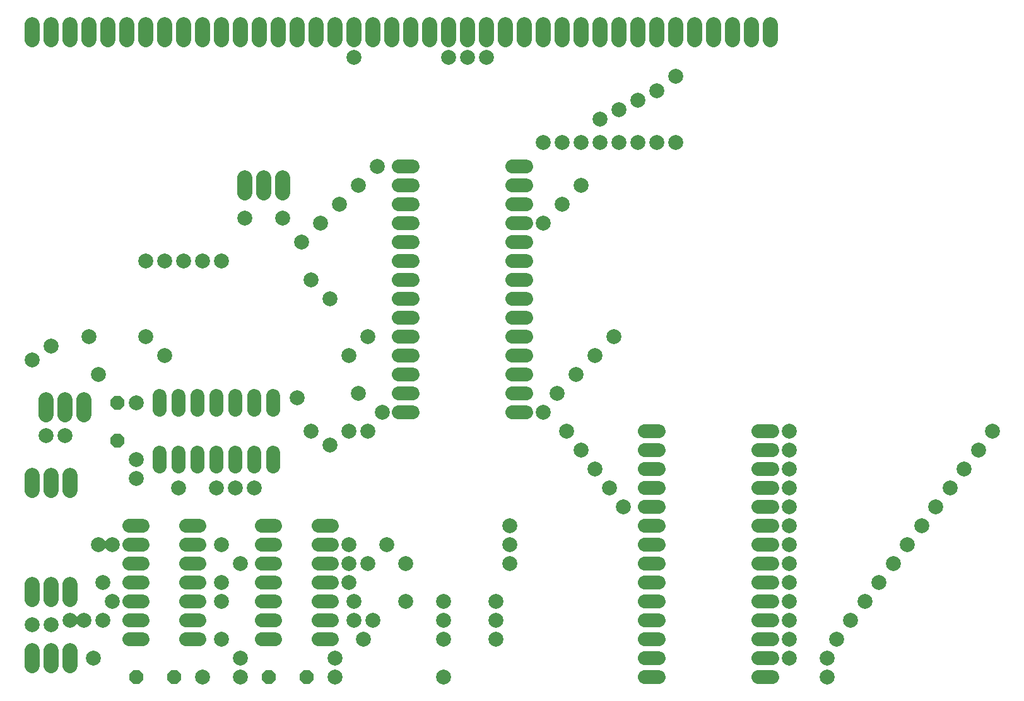
<source format=gbr>
G04 EAGLE Gerber RS-274X export*
G75*
%MOMM*%
%FSLAX34Y34*%
%LPD*%
%INTop Copper*%
%IPPOS*%
%AMOC8*
5,1,8,0,0,1.08239X$1,22.5*%
G01*
%ADD10C,1.828800*%
%ADD11C,2.032000*%
%ADD12P,1.979475X8X22.500000*%
%ADD13P,1.979475X8X292.500000*%
%ADD14C,2.000000*%


D10*
X1012444Y19050D02*
X994156Y19050D01*
X994156Y44450D02*
X1012444Y44450D01*
X1012444Y69850D02*
X994156Y69850D01*
X994156Y95250D02*
X1012444Y95250D01*
X1012444Y120650D02*
X994156Y120650D01*
X994156Y146050D02*
X1012444Y146050D01*
X1012444Y171450D02*
X994156Y171450D01*
X994156Y196850D02*
X1012444Y196850D01*
X1012444Y222250D02*
X994156Y222250D01*
X994156Y247650D02*
X1012444Y247650D01*
X1012444Y273050D02*
X994156Y273050D01*
X994156Y298450D02*
X1012444Y298450D01*
X1012444Y323850D02*
X994156Y323850D01*
X994156Y349250D02*
X1012444Y349250D01*
X860044Y349250D02*
X841756Y349250D01*
X841756Y323850D02*
X860044Y323850D01*
X860044Y298450D02*
X841756Y298450D01*
X841756Y273050D02*
X860044Y273050D01*
X860044Y247650D02*
X841756Y247650D01*
X841756Y222250D02*
X860044Y222250D01*
X860044Y196850D02*
X841756Y196850D01*
X841756Y171450D02*
X860044Y171450D01*
X860044Y146050D02*
X841756Y146050D01*
X841756Y120650D02*
X860044Y120650D01*
X860044Y95250D02*
X841756Y95250D01*
X841756Y69850D02*
X860044Y69850D01*
X860044Y44450D02*
X841756Y44450D01*
X841756Y19050D02*
X860044Y19050D01*
X244094Y69850D02*
X225806Y69850D01*
X225806Y95250D02*
X244094Y95250D01*
X244094Y222250D02*
X225806Y222250D01*
X167894Y222250D02*
X149606Y222250D01*
X225806Y120650D02*
X244094Y120650D01*
X244094Y146050D02*
X225806Y146050D01*
X225806Y196850D02*
X244094Y196850D01*
X244094Y171450D02*
X225806Y171450D01*
X167894Y196850D02*
X149606Y196850D01*
X149606Y171450D02*
X167894Y171450D01*
X167894Y146050D02*
X149606Y146050D01*
X149606Y120650D02*
X167894Y120650D01*
X167894Y95250D02*
X149606Y95250D01*
X149606Y69850D02*
X167894Y69850D01*
X190500Y302006D02*
X190500Y320294D01*
X215900Y320294D02*
X215900Y302006D01*
X342900Y302006D02*
X342900Y320294D01*
X342900Y378206D02*
X342900Y396494D01*
X241300Y320294D02*
X241300Y302006D01*
X266700Y302006D02*
X266700Y320294D01*
X317500Y320294D02*
X317500Y302006D01*
X292100Y302006D02*
X292100Y320294D01*
X317500Y378206D02*
X317500Y396494D01*
X292100Y396494D02*
X292100Y378206D01*
X266700Y378206D02*
X266700Y396494D01*
X241300Y396494D02*
X241300Y378206D01*
X215900Y378206D02*
X215900Y396494D01*
X190500Y396494D02*
X190500Y378206D01*
X663956Y374650D02*
X682244Y374650D01*
X682244Y400050D02*
X663956Y400050D01*
X663956Y425450D02*
X682244Y425450D01*
X682244Y450850D02*
X663956Y450850D01*
X663956Y476250D02*
X682244Y476250D01*
X682244Y501650D02*
X663956Y501650D01*
X663956Y527050D02*
X682244Y527050D01*
X682244Y552450D02*
X663956Y552450D01*
X663956Y577850D02*
X682244Y577850D01*
X682244Y603250D02*
X663956Y603250D01*
X663956Y628650D02*
X682244Y628650D01*
X682244Y654050D02*
X663956Y654050D01*
X663956Y679450D02*
X682244Y679450D01*
X682244Y704850D02*
X663956Y704850D01*
X529844Y704850D02*
X511556Y704850D01*
X511556Y679450D02*
X529844Y679450D01*
X529844Y654050D02*
X511556Y654050D01*
X511556Y628650D02*
X529844Y628650D01*
X529844Y603250D02*
X511556Y603250D01*
X511556Y577850D02*
X529844Y577850D01*
X529844Y552450D02*
X511556Y552450D01*
X511556Y527050D02*
X529844Y527050D01*
X529844Y501650D02*
X511556Y501650D01*
X511556Y476250D02*
X529844Y476250D01*
X529844Y450850D02*
X511556Y450850D01*
X511556Y425450D02*
X529844Y425450D01*
X529844Y400050D02*
X511556Y400050D01*
X511556Y374650D02*
X529844Y374650D01*
X421894Y69850D02*
X403606Y69850D01*
X403606Y95250D02*
X421894Y95250D01*
X421894Y222250D02*
X403606Y222250D01*
X345694Y222250D02*
X327406Y222250D01*
X403606Y120650D02*
X421894Y120650D01*
X421894Y146050D02*
X403606Y146050D01*
X403606Y196850D02*
X421894Y196850D01*
X421894Y171450D02*
X403606Y171450D01*
X345694Y196850D02*
X327406Y196850D01*
X327406Y171450D02*
X345694Y171450D01*
X345694Y146050D02*
X327406Y146050D01*
X327406Y120650D02*
X345694Y120650D01*
X345694Y95250D02*
X327406Y95250D01*
X327406Y69850D02*
X345694Y69850D01*
D11*
X19050Y875030D02*
X19050Y895350D01*
X44450Y895350D02*
X44450Y875030D01*
X69850Y875030D02*
X69850Y895350D01*
X95250Y895350D02*
X95250Y875030D01*
X120650Y875030D02*
X120650Y895350D01*
X146050Y895350D02*
X146050Y875030D01*
X171450Y875030D02*
X171450Y895350D01*
X196850Y895350D02*
X196850Y875030D01*
X222250Y875030D02*
X222250Y895350D01*
X247650Y895350D02*
X247650Y875030D01*
X273050Y875030D02*
X273050Y895350D01*
X298450Y895350D02*
X298450Y875030D01*
X323850Y875030D02*
X323850Y895350D01*
X349250Y895350D02*
X349250Y875030D01*
X374650Y875030D02*
X374650Y895350D01*
X400050Y895350D02*
X400050Y875030D01*
X425450Y875030D02*
X425450Y895350D01*
X450850Y895350D02*
X450850Y875030D01*
X476250Y875030D02*
X476250Y895350D01*
X501650Y895350D02*
X501650Y875030D01*
X527050Y875030D02*
X527050Y895350D01*
X552450Y895350D02*
X552450Y875030D01*
X577850Y875030D02*
X577850Y895350D01*
X603250Y895350D02*
X603250Y875030D01*
X628650Y875030D02*
X628650Y895350D01*
X654050Y895350D02*
X654050Y875030D01*
X679450Y875030D02*
X679450Y895350D01*
X704850Y895350D02*
X704850Y875030D01*
X730250Y875030D02*
X730250Y895350D01*
X755650Y895350D02*
X755650Y875030D01*
X781050Y875030D02*
X781050Y895350D01*
X806450Y895350D02*
X806450Y875030D01*
X831850Y875030D02*
X831850Y895350D01*
X857250Y895350D02*
X857250Y875030D01*
X882650Y875030D02*
X882650Y895350D01*
X908050Y895350D02*
X908050Y875030D01*
X933450Y875030D02*
X933450Y895350D01*
X958850Y895350D02*
X958850Y875030D01*
X984250Y875030D02*
X984250Y895350D01*
X1009650Y895350D02*
X1009650Y875030D01*
X19050Y54610D02*
X19050Y34290D01*
X44450Y34290D02*
X44450Y54610D01*
X69850Y54610D02*
X69850Y34290D01*
X304800Y669290D02*
X304800Y689610D01*
X330200Y689610D02*
X330200Y669290D01*
X355600Y669290D02*
X355600Y689610D01*
X38100Y391160D02*
X38100Y370840D01*
X63500Y370840D02*
X63500Y391160D01*
X88900Y391160D02*
X88900Y370840D01*
X19050Y289560D02*
X19050Y269240D01*
X44450Y269240D02*
X44450Y289560D01*
X69850Y289560D02*
X69850Y269240D01*
X19050Y143510D02*
X19050Y123190D01*
X44450Y123190D02*
X44450Y143510D01*
X69850Y143510D02*
X69850Y123190D01*
D12*
X158750Y19050D03*
X209550Y19050D03*
X336550Y19050D03*
X387350Y19050D03*
D13*
X133350Y387350D03*
X133350Y336550D03*
D14*
X1308100Y349250D03*
X1035050Y349250D03*
X101600Y44450D03*
X247650Y19050D03*
X1085850Y19050D03*
X571500Y19050D03*
X425450Y19050D03*
X298450Y19050D03*
X450850Y850900D03*
X158750Y387350D03*
X374650Y393700D03*
X488950Y374650D03*
X425450Y44450D03*
X298450Y44450D03*
X723900Y400050D03*
X1035050Y44450D03*
X1085850Y44450D03*
X450850Y95250D03*
X95250Y476250D03*
X476250Y95250D03*
X19050Y444500D03*
X158750Y285750D03*
X158750Y311150D03*
X127000Y120650D03*
X704850Y374650D03*
X44450Y463550D03*
X107950Y196850D03*
X127000Y196850D03*
X641350Y69850D03*
X107950Y425450D03*
X571500Y69850D03*
X88900Y95250D03*
X69850Y95250D03*
X463550Y69850D03*
X660400Y196850D03*
X393700Y349250D03*
X393700Y552450D03*
X495300Y196850D03*
X171450Y476250D03*
X641350Y120650D03*
X171450Y577850D03*
X469900Y476250D03*
X469900Y349250D03*
X571500Y120650D03*
X196850Y577850D03*
X196850Y450850D03*
X444500Y450850D03*
X444500Y349250D03*
X571500Y95250D03*
X641350Y95250D03*
X749300Y425450D03*
X1035050Y69850D03*
X222250Y577850D03*
X1098550Y69850D03*
X774700Y450850D03*
X1035050Y95250D03*
X247650Y577850D03*
X1117600Y95250D03*
X800100Y476250D03*
X1035050Y120650D03*
X273050Y577850D03*
X1136650Y120650D03*
X1155700Y146050D03*
X1035050Y146050D03*
X1174750Y171450D03*
X1035050Y171450D03*
X1193800Y196850D03*
X1035050Y196850D03*
X1212850Y222250D03*
X1035050Y222250D03*
X1231900Y247650D03*
X1035050Y247650D03*
X577850Y850900D03*
X298450Y171450D03*
X603250Y850900D03*
X273050Y146050D03*
X628650Y850900D03*
X273050Y69850D03*
X704850Y628650D03*
X1035050Y273050D03*
X704850Y736600D03*
X1250950Y273050D03*
X730250Y654050D03*
X1035050Y298450D03*
X730250Y736600D03*
X1270000Y298450D03*
X755650Y679450D03*
X1035050Y323850D03*
X755650Y736600D03*
X1289050Y323850D03*
X781050Y768350D03*
X482600Y704850D03*
X736600Y349250D03*
X781050Y736600D03*
X806450Y781050D03*
X457200Y679450D03*
X755650Y323850D03*
X806450Y736600D03*
X831850Y793750D03*
X431800Y654050D03*
X774700Y298450D03*
X831850Y736600D03*
X857250Y806450D03*
X406400Y628650D03*
X793750Y273050D03*
X857250Y736600D03*
X882650Y825500D03*
X381000Y603250D03*
X812800Y247650D03*
X882650Y736600D03*
X660400Y171450D03*
X419100Y527050D03*
X520700Y171450D03*
X419100Y330200D03*
X273050Y120650D03*
X520700Y120650D03*
X457200Y400050D03*
X273050Y196850D03*
X215900Y273050D03*
X660400Y222250D03*
X292100Y273050D03*
X44450Y88900D03*
X317500Y273050D03*
X444500Y146050D03*
X304800Y635000D03*
X444500Y171450D03*
X114300Y146050D03*
X469900Y171450D03*
X355600Y635000D03*
X444500Y196850D03*
X114300Y95250D03*
X63500Y342900D03*
X38100Y342900D03*
X266700Y273050D03*
X19050Y88900D03*
X450850Y120650D03*
M02*

</source>
